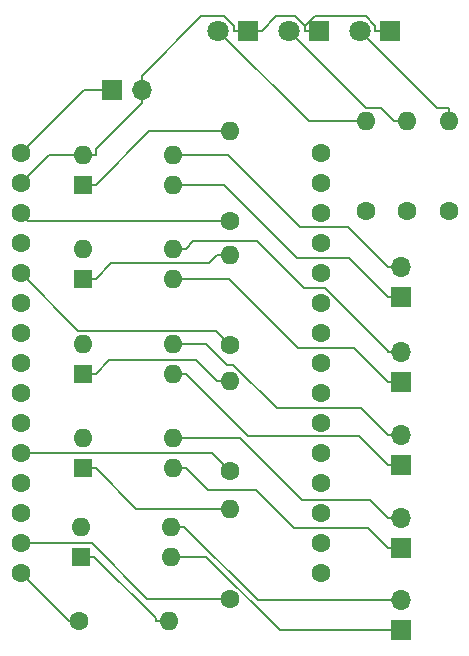
<source format=gbl>
G04 #@! TF.GenerationSoftware,KiCad,Pcbnew,8.0.6*
G04 #@! TF.CreationDate,2025-10-25T19:24:46+02:00*
G04 #@! TF.ProjectId,COSMO Adapter v1.0,434f534d-4f20-4416-9461-707465722076,rev?*
G04 #@! TF.SameCoordinates,Original*
G04 #@! TF.FileFunction,Copper,L2,Bot*
G04 #@! TF.FilePolarity,Positive*
%FSLAX46Y46*%
G04 Gerber Fmt 4.6, Leading zero omitted, Abs format (unit mm)*
G04 Created by KiCad (PCBNEW 8.0.6) date 2025-10-25 19:24:46*
%MOMM*%
%LPD*%
G01*
G04 APERTURE LIST*
G04 #@! TA.AperFunction,ComponentPad*
%ADD10R,1.700000X1.700000*%
G04 #@! TD*
G04 #@! TA.AperFunction,ComponentPad*
%ADD11O,1.700000X1.700000*%
G04 #@! TD*
G04 #@! TA.AperFunction,ComponentPad*
%ADD12C,1.600000*%
G04 #@! TD*
G04 #@! TA.AperFunction,ComponentPad*
%ADD13O,1.600000X1.600000*%
G04 #@! TD*
G04 #@! TA.AperFunction,ComponentPad*
%ADD14R,1.800000X1.800000*%
G04 #@! TD*
G04 #@! TA.AperFunction,ComponentPad*
%ADD15C,1.800000*%
G04 #@! TD*
G04 #@! TA.AperFunction,ComponentPad*
%ADD16R,1.600000X1.600000*%
G04 #@! TD*
G04 #@! TA.AperFunction,Conductor*
%ADD17C,0.200000*%
G04 #@! TD*
G04 APERTURE END LIST*
D10*
X166500000Y-117275000D03*
D11*
X166500000Y-114735000D03*
D12*
X163500000Y-88810000D03*
D13*
X163500000Y-81190000D03*
D10*
X166500000Y-124275000D03*
D11*
X166500000Y-121735000D03*
D12*
X134255000Y-83875000D03*
X134255000Y-91495000D03*
X134255000Y-94035000D03*
X134255000Y-101655000D03*
X159655000Y-91495000D03*
X159655000Y-88955000D03*
X159655000Y-94035000D03*
X134255000Y-88955000D03*
X134255000Y-104195000D03*
X134255000Y-106735000D03*
X134255000Y-109275000D03*
X134255000Y-116895000D03*
X134255000Y-119435000D03*
X159655000Y-101655000D03*
X159655000Y-99115000D03*
X159655000Y-96575000D03*
X159655000Y-106735000D03*
X159655000Y-104195000D03*
X159655000Y-111815000D03*
X159655000Y-109275000D03*
X159655000Y-119435000D03*
X134255000Y-86415000D03*
X159655000Y-86415000D03*
X134255000Y-111815000D03*
X134255000Y-96575000D03*
X134255000Y-114355000D03*
X134255000Y-99115000D03*
X159655000Y-83875000D03*
X159655000Y-114355000D03*
X159655000Y-116895000D03*
D10*
X166500000Y-110275000D03*
D11*
X166500000Y-107735000D03*
D10*
X166500000Y-96040000D03*
D11*
X166500000Y-93500000D03*
D10*
X141960000Y-78500000D03*
D11*
X144500000Y-78500000D03*
D12*
X170500000Y-88810000D03*
D13*
X170500000Y-81190000D03*
D10*
X166500000Y-103275000D03*
D11*
X166500000Y-100735000D03*
D12*
X167000000Y-88810000D03*
D13*
X167000000Y-81190000D03*
D12*
X139190000Y-123500000D03*
D13*
X146810000Y-123500000D03*
D14*
X165500000Y-73500000D03*
D15*
X162960000Y-73500000D03*
D12*
X152000000Y-89620000D03*
D13*
X152000000Y-82000000D03*
D12*
X152000000Y-121620000D03*
D13*
X152000000Y-114000000D03*
D16*
X139380000Y-118040000D03*
D13*
X139380000Y-115500000D03*
X147000000Y-115500000D03*
X147000000Y-118040000D03*
D14*
X159500000Y-73500000D03*
D15*
X156960000Y-73500000D03*
D16*
X139500000Y-94500000D03*
D13*
X139500000Y-91960000D03*
X147120000Y-91960000D03*
X147120000Y-94500000D03*
D14*
X153500000Y-73500000D03*
D15*
X150960000Y-73500000D03*
D16*
X139500000Y-110540000D03*
D13*
X139500000Y-108000000D03*
X147120000Y-108000000D03*
X147120000Y-110540000D03*
D12*
X152000000Y-110810000D03*
D13*
X152000000Y-103190000D03*
D16*
X139500000Y-102540000D03*
D13*
X139500000Y-100000000D03*
X147120000Y-100000000D03*
X147120000Y-102540000D03*
D16*
X139500000Y-86540000D03*
D13*
X139500000Y-84000000D03*
X147120000Y-84000000D03*
X147120000Y-86540000D03*
D12*
X152000000Y-100120000D03*
D13*
X152000000Y-92500000D03*
D17*
X138320000Y-123500000D02*
X134255000Y-119435000D01*
X139190000Y-123500000D02*
X138320000Y-123500000D01*
X145708300Y-123266600D02*
X145708300Y-123500000D01*
X140481700Y-118040000D02*
X145708300Y-123266600D01*
X139380000Y-118040000D02*
X140481700Y-118040000D01*
X146810000Y-123500000D02*
X145708300Y-123500000D01*
X144061700Y-114000000D02*
X152000000Y-114000000D01*
X140601700Y-110540000D02*
X144061700Y-114000000D01*
X139500000Y-110540000D02*
X140601700Y-110540000D01*
X140261700Y-116895000D02*
X134255000Y-116895000D01*
X144986700Y-121620000D02*
X140261700Y-116895000D01*
X152000000Y-121620000D02*
X144986700Y-121620000D01*
X139500000Y-102540000D02*
X140601700Y-102540000D01*
X152000000Y-103190000D02*
X150898300Y-103190000D01*
X149093500Y-101385200D02*
X150898300Y-103190000D01*
X141756500Y-101385200D02*
X149093500Y-101385200D01*
X140601700Y-102540000D02*
X141756500Y-101385200D01*
X150465000Y-109275000D02*
X134255000Y-109275000D01*
X152000000Y-110810000D02*
X150465000Y-109275000D01*
X145141700Y-82000000D02*
X152000000Y-82000000D01*
X140601700Y-86540000D02*
X145141700Y-82000000D01*
X139500000Y-86540000D02*
X140601700Y-86540000D01*
X134920000Y-89620000D02*
X134255000Y-88955000D01*
X152000000Y-89620000D02*
X134920000Y-89620000D01*
X139118300Y-98898300D02*
X134255000Y-94035000D01*
X150778300Y-98898300D02*
X139118300Y-98898300D01*
X152000000Y-100120000D02*
X150778300Y-98898300D01*
X150238400Y-93159900D02*
X150898300Y-92500000D01*
X141941800Y-93159900D02*
X150238400Y-93159900D01*
X140601700Y-94500000D02*
X141941800Y-93159900D01*
X139500000Y-94500000D02*
X140601700Y-94500000D01*
X152000000Y-92500000D02*
X150898300Y-92500000D01*
X149978100Y-118040000D02*
X147000000Y-118040000D01*
X156213100Y-124275000D02*
X149978100Y-118040000D01*
X166500000Y-124275000D02*
X156213100Y-124275000D01*
X147000000Y-115500000D02*
X148101700Y-115500000D01*
X154336700Y-121735000D02*
X148101700Y-115500000D01*
X166500000Y-121735000D02*
X154336700Y-121735000D01*
X148832000Y-91349700D02*
X148221700Y-91960000D01*
X154256000Y-91349700D02*
X148832000Y-91349700D01*
X158211300Y-95305000D02*
X154256000Y-91349700D01*
X159990300Y-95305000D02*
X158211300Y-95305000D01*
X165348300Y-100663000D02*
X159990300Y-95305000D01*
X165348300Y-100735000D02*
X165348300Y-100663000D01*
X166500000Y-100735000D02*
X165348300Y-100735000D01*
X147120000Y-91960000D02*
X148221700Y-91960000D01*
X162458300Y-100385000D02*
X165348300Y-103275000D01*
X157756400Y-100385000D02*
X162458300Y-100385000D01*
X151871400Y-94500000D02*
X157756400Y-100385000D01*
X147120000Y-94500000D02*
X151871400Y-94500000D01*
X166500000Y-103275000D02*
X165348300Y-103275000D01*
X149914800Y-100000000D02*
X147120000Y-100000000D01*
X151711400Y-101796600D02*
X149914800Y-100000000D01*
X152272800Y-101796600D02*
X151711400Y-101796600D01*
X155941200Y-105465000D02*
X152272800Y-101796600D01*
X163078300Y-105465000D02*
X155941200Y-105465000D01*
X165348300Y-107735000D02*
X163078300Y-105465000D01*
X166500000Y-107735000D02*
X165348300Y-107735000D01*
X162936700Y-107863400D02*
X165348300Y-110275000D01*
X153545100Y-107863400D02*
X162936700Y-107863400D01*
X148221700Y-102540000D02*
X153545100Y-107863400D01*
X147120000Y-102540000D02*
X148221700Y-102540000D01*
X166500000Y-110275000D02*
X165348300Y-110275000D01*
X136670000Y-84000000D02*
X134255000Y-86415000D01*
X139500000Y-84000000D02*
X136670000Y-84000000D01*
X159500000Y-73500000D02*
X158298300Y-73500000D01*
X153500000Y-73500000D02*
X154701700Y-73500000D01*
X159140600Y-72282200D02*
X158298300Y-73124500D01*
X163456000Y-72282200D02*
X159140600Y-72282200D01*
X164298300Y-73124500D02*
X163456000Y-72282200D01*
X164298300Y-73500000D02*
X164298300Y-73124500D01*
X158298300Y-73500000D02*
X158298300Y-73124500D01*
X155903400Y-72298300D02*
X154701700Y-73500000D01*
X157472100Y-72298300D02*
X155903400Y-72298300D01*
X158298300Y-73124500D02*
X157472100Y-72298300D01*
X165500000Y-73500000D02*
X164298300Y-73500000D01*
X140601700Y-83550000D02*
X140601700Y-84000000D01*
X144500000Y-79651700D02*
X140601700Y-83550000D01*
X139500000Y-84000000D02*
X140601700Y-84000000D01*
X144500000Y-78975000D02*
X144500000Y-79651700D01*
X144500000Y-78975000D02*
X144500000Y-78500000D01*
X152298300Y-73124400D02*
X152298300Y-73500000D01*
X151472200Y-72298300D02*
X152298300Y-73124400D01*
X149550000Y-72298300D02*
X151472200Y-72298300D01*
X144500000Y-77348300D02*
X149550000Y-72298300D01*
X144500000Y-78500000D02*
X144500000Y-77348300D01*
X153500000Y-73500000D02*
X152298300Y-73500000D01*
X163866600Y-113253300D02*
X165348300Y-114735000D01*
X158057700Y-113253300D02*
X163866600Y-113253300D01*
X152804400Y-108000000D02*
X158057700Y-113253300D01*
X147120000Y-108000000D02*
X152804400Y-108000000D01*
X166500000Y-114735000D02*
X165348300Y-114735000D01*
X147120000Y-110540000D02*
X148221700Y-110540000D01*
X166500000Y-117275000D02*
X165348300Y-117275000D01*
X150085200Y-112403500D02*
X148221700Y-110540000D01*
X154200100Y-112403500D02*
X150085200Y-112403500D01*
X157421600Y-115625000D02*
X154200100Y-112403500D01*
X163698300Y-115625000D02*
X157421600Y-115625000D01*
X165348300Y-117275000D02*
X163698300Y-115625000D01*
X161994100Y-90145800D02*
X165348300Y-93500000D01*
X157921800Y-90145800D02*
X161994100Y-90145800D01*
X151776000Y-84000000D02*
X157921800Y-90145800D01*
X147120000Y-84000000D02*
X151776000Y-84000000D01*
X166500000Y-93500000D02*
X165348300Y-93500000D01*
X166500000Y-96040000D02*
X165348300Y-96040000D01*
X162073300Y-92765000D02*
X165348300Y-96040000D01*
X157687200Y-92765000D02*
X162073300Y-92765000D01*
X151462200Y-86540000D02*
X157687200Y-92765000D01*
X147120000Y-86540000D02*
X151462200Y-86540000D01*
X139630000Y-78500000D02*
X134255000Y-83875000D01*
X141960000Y-78500000D02*
X139630000Y-78500000D01*
X158650000Y-81190000D02*
X163500000Y-81190000D01*
X150960000Y-73500000D02*
X158650000Y-81190000D01*
X164754200Y-80045900D02*
X165898300Y-81190000D01*
X163505900Y-80045900D02*
X164754200Y-80045900D01*
X156960000Y-73500000D02*
X163505900Y-80045900D01*
X167000000Y-81190000D02*
X165898300Y-81190000D01*
X169548300Y-80088300D02*
X170500000Y-80088300D01*
X162960000Y-73500000D02*
X169548300Y-80088300D01*
X170500000Y-81190000D02*
X170500000Y-80088300D01*
M02*

</source>
